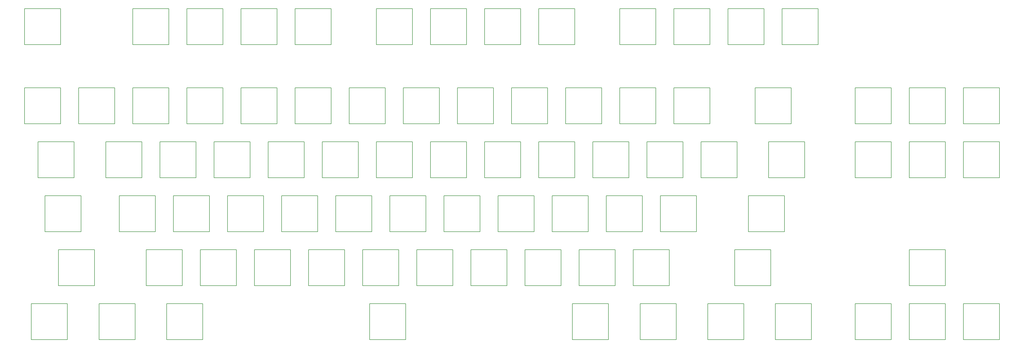
<source format=gbr>
G04 #@! TF.GenerationSoftware,KiCad,Pcbnew,7.0.1*
G04 #@! TF.CreationDate,2024-09-27T18:45:23-05:00*
G04 #@! TF.ProjectId,C128DKEYBOARD,43313238-444b-4455-9942-4f4152442e6b,3.3*
G04 #@! TF.SameCoordinates,Original*
G04 #@! TF.FileFunction,Other,Comment*
%FSLAX46Y46*%
G04 Gerber Fmt 4.6, Leading zero omitted, Abs format (unit mm)*
G04 Created by KiCad (PCBNEW 7.0.1) date 2024-09-27 18:45:23*
%MOMM*%
%LPD*%
G01*
G04 APERTURE LIST*
%ADD10C,0.152400*%
G04 APERTURE END LIST*
D10*
X57975500Y-127381000D02*
X70675500Y-127381000D01*
X57975500Y-140081000D02*
X57975500Y-127381000D01*
X70675500Y-127381000D02*
X70675500Y-140081000D01*
X70675500Y-140081000D02*
X57975500Y-140081000D01*
X96075500Y-127381000D02*
X108775500Y-127381000D01*
X96075500Y-140081000D02*
X96075500Y-127381000D01*
X108775500Y-127381000D02*
X108775500Y-140081000D01*
X108775500Y-140081000D02*
X96075500Y-140081000D01*
X115125500Y-127381000D02*
X127825500Y-127381000D01*
X115125500Y-140081000D02*
X115125500Y-127381000D01*
X127825500Y-127381000D02*
X127825500Y-140081000D01*
X127825500Y-140081000D02*
X115125500Y-140081000D01*
X134175500Y-127381000D02*
X146875500Y-127381000D01*
X134175500Y-140081000D02*
X134175500Y-127381000D01*
X146875500Y-127381000D02*
X146875500Y-140081000D01*
X146875500Y-140081000D02*
X134175500Y-140081000D01*
X153225500Y-127381000D02*
X165925500Y-127381000D01*
X153225500Y-140081000D02*
X153225500Y-127381000D01*
X165925500Y-127381000D02*
X165925500Y-140081000D01*
X165925500Y-140081000D02*
X153225500Y-140081000D01*
X181800500Y-127381000D02*
X194500500Y-127381000D01*
X181800500Y-140081000D02*
X181800500Y-127381000D01*
X194500500Y-127381000D02*
X194500500Y-140081000D01*
X194500500Y-140081000D02*
X181800500Y-140081000D01*
X200850500Y-127381000D02*
X213550500Y-127381000D01*
X200850500Y-140081000D02*
X200850500Y-127381000D01*
X213550500Y-127381000D02*
X213550500Y-140081000D01*
X213550500Y-140081000D02*
X200850500Y-140081000D01*
X219900500Y-127381000D02*
X232600500Y-127381000D01*
X219900500Y-140081000D02*
X219900500Y-127381000D01*
X232600500Y-127381000D02*
X232600500Y-140081000D01*
X232600500Y-140081000D02*
X219900500Y-140081000D01*
X238950500Y-127381000D02*
X251650500Y-127381000D01*
X238950500Y-140081000D02*
X238950500Y-127381000D01*
X251650500Y-127381000D02*
X251650500Y-140081000D01*
X251650500Y-140081000D02*
X238950500Y-140081000D01*
X267525500Y-127381000D02*
X280225500Y-127381000D01*
X267525500Y-140081000D02*
X267525500Y-127381000D01*
X280225500Y-127381000D02*
X280225500Y-140081000D01*
X280225500Y-140081000D02*
X267525500Y-140081000D01*
X286575500Y-127381000D02*
X299275500Y-127381000D01*
X286575500Y-140081000D02*
X286575500Y-127381000D01*
X299275500Y-127381000D02*
X299275500Y-140081000D01*
X299275500Y-140081000D02*
X286575500Y-140081000D01*
X305625500Y-127381000D02*
X318325500Y-127381000D01*
X305625500Y-140081000D02*
X305625500Y-127381000D01*
X318325500Y-127381000D02*
X318325500Y-140081000D01*
X318325500Y-140081000D02*
X305625500Y-140081000D01*
X96075500Y-155321000D02*
X108775500Y-155321000D01*
X96075500Y-168021000D02*
X96075500Y-155321000D01*
X108775500Y-155321000D02*
X108775500Y-168021000D01*
X108775500Y-168021000D02*
X96075500Y-168021000D01*
X115125500Y-155321000D02*
X127825500Y-155321000D01*
X115125500Y-168021000D02*
X115125500Y-155321000D01*
X127825500Y-155321000D02*
X127825500Y-168021000D01*
X127825500Y-168021000D02*
X115125500Y-168021000D01*
X134175500Y-155321000D02*
X146875500Y-155321000D01*
X134175500Y-168021000D02*
X134175500Y-155321000D01*
X146875500Y-155321000D02*
X146875500Y-168021000D01*
X146875500Y-168021000D02*
X134175500Y-168021000D01*
X153225500Y-155321000D02*
X165925500Y-155321000D01*
X153225500Y-168021000D02*
X153225500Y-155321000D01*
X165925500Y-155321000D02*
X165925500Y-168021000D01*
X165925500Y-168021000D02*
X153225500Y-168021000D01*
X172275500Y-155321000D02*
X184975500Y-155321000D01*
X172275500Y-168021000D02*
X172275500Y-155321000D01*
X184975500Y-155321000D02*
X184975500Y-168021000D01*
X184975500Y-168021000D02*
X172275500Y-168021000D01*
X191325500Y-155321000D02*
X204025500Y-155321000D01*
X191325500Y-168021000D02*
X191325500Y-155321000D01*
X204025500Y-155321000D02*
X204025500Y-168021000D01*
X204025500Y-168021000D02*
X191325500Y-168021000D01*
X210375500Y-155321000D02*
X223075500Y-155321000D01*
X210375500Y-168021000D02*
X210375500Y-155321000D01*
X223075500Y-155321000D02*
X223075500Y-168021000D01*
X223075500Y-168021000D02*
X210375500Y-168021000D01*
X229425500Y-155321000D02*
X242125500Y-155321000D01*
X229425500Y-168021000D02*
X229425500Y-155321000D01*
X242125500Y-155321000D02*
X242125500Y-168021000D01*
X242125500Y-168021000D02*
X229425500Y-168021000D01*
X248475500Y-155321000D02*
X261175500Y-155321000D01*
X248475500Y-168021000D02*
X248475500Y-155321000D01*
X261175500Y-155321000D02*
X261175500Y-168021000D01*
X261175500Y-168021000D02*
X248475500Y-168021000D01*
X267525500Y-155321000D02*
X280225500Y-155321000D01*
X267525500Y-168021000D02*
X267525500Y-155321000D01*
X280225500Y-155321000D02*
X280225500Y-168021000D01*
X280225500Y-168021000D02*
X267525500Y-168021000D01*
X286575500Y-155321000D02*
X299275500Y-155321000D01*
X286575500Y-168021000D02*
X286575500Y-155321000D01*
X299275500Y-155321000D02*
X299275500Y-168021000D01*
X299275500Y-168021000D02*
X286575500Y-168021000D01*
X315150500Y-155321000D02*
X327850500Y-155321000D01*
X315150500Y-168021000D02*
X315150500Y-155321000D01*
X327850500Y-155321000D02*
X327850500Y-168021000D01*
X327850500Y-168021000D02*
X315150500Y-168021000D01*
X350402100Y-174371000D02*
X363102100Y-174371000D01*
X350402100Y-187071000D02*
X350402100Y-174371000D01*
X363102100Y-174371000D02*
X363102100Y-187071000D01*
X363102100Y-187071000D02*
X350402100Y-187071000D01*
X369452100Y-174371000D02*
X382152100Y-174371000D01*
X369452100Y-187071000D02*
X369452100Y-174371000D01*
X382152100Y-174371000D02*
X382152100Y-187071000D01*
X382152100Y-187071000D02*
X369452100Y-187071000D01*
X388502100Y-174371000D02*
X401202100Y-174371000D01*
X388502100Y-187071000D02*
X388502100Y-174371000D01*
X401202100Y-174371000D02*
X401202100Y-187071000D01*
X401202100Y-187071000D02*
X388502100Y-187071000D01*
X86550500Y-174371000D02*
X99250500Y-174371000D01*
X86550500Y-187071000D02*
X86550500Y-174371000D01*
X99250500Y-174371000D02*
X99250500Y-187071000D01*
X99250500Y-187071000D02*
X86550500Y-187071000D01*
X105600500Y-174371000D02*
X118300500Y-174371000D01*
X105600500Y-187071000D02*
X105600500Y-174371000D01*
X118300500Y-174371000D02*
X118300500Y-187071000D01*
X118300500Y-187071000D02*
X105600500Y-187071000D01*
X124650500Y-174371000D02*
X137350500Y-174371000D01*
X124650500Y-187071000D02*
X124650500Y-174371000D01*
X137350500Y-174371000D02*
X137350500Y-187071000D01*
X137350500Y-187071000D02*
X124650500Y-187071000D01*
X143700500Y-174371000D02*
X156400500Y-174371000D01*
X143700500Y-187071000D02*
X143700500Y-174371000D01*
X156400500Y-174371000D02*
X156400500Y-187071000D01*
X156400500Y-187071000D02*
X143700500Y-187071000D01*
X162750500Y-174371000D02*
X175450500Y-174371000D01*
X162750500Y-187071000D02*
X162750500Y-174371000D01*
X175450500Y-174371000D02*
X175450500Y-187071000D01*
X175450500Y-187071000D02*
X162750500Y-187071000D01*
X181800500Y-174371000D02*
X194500500Y-174371000D01*
X181800500Y-187071000D02*
X181800500Y-174371000D01*
X194500500Y-174371000D02*
X194500500Y-187071000D01*
X194500500Y-187071000D02*
X181800500Y-187071000D01*
X200850500Y-174371000D02*
X213550500Y-174371000D01*
X200850500Y-187071000D02*
X200850500Y-174371000D01*
X213550500Y-174371000D02*
X213550500Y-187071000D01*
X213550500Y-187071000D02*
X200850500Y-187071000D01*
X219900500Y-174371000D02*
X232600500Y-174371000D01*
X219900500Y-187071000D02*
X219900500Y-174371000D01*
X232600500Y-174371000D02*
X232600500Y-187071000D01*
X232600500Y-187071000D02*
X219900500Y-187071000D01*
X238950500Y-174371000D02*
X251650500Y-174371000D01*
X238950500Y-187071000D02*
X238950500Y-174371000D01*
X251650500Y-174371000D02*
X251650500Y-187071000D01*
X251650500Y-187071000D02*
X238950500Y-187071000D01*
X258000500Y-174371000D02*
X270700500Y-174371000D01*
X258000500Y-187071000D02*
X258000500Y-174371000D01*
X270700500Y-174371000D02*
X270700500Y-187071000D01*
X270700500Y-187071000D02*
X258000500Y-187071000D01*
X277050500Y-174371000D02*
X289750500Y-174371000D01*
X277050500Y-187071000D02*
X277050500Y-174371000D01*
X289750500Y-174371000D02*
X289750500Y-187071000D01*
X289750500Y-187071000D02*
X277050500Y-187071000D01*
X296100500Y-174371000D02*
X308800500Y-174371000D01*
X296100500Y-187071000D02*
X296100500Y-174371000D01*
X308800500Y-174371000D02*
X308800500Y-187071000D01*
X308800500Y-187071000D02*
X296100500Y-187071000D01*
X319910500Y-174371000D02*
X332610500Y-174371000D01*
X319910500Y-187071000D02*
X319910500Y-174371000D01*
X332610500Y-174371000D02*
X332610500Y-187071000D01*
X332610500Y-187071000D02*
X319910500Y-187071000D01*
X91300500Y-193421000D02*
X104000500Y-193421000D01*
X91300500Y-206121000D02*
X91300500Y-193421000D01*
X104000500Y-193421000D02*
X104000500Y-206121000D01*
X104000500Y-206121000D02*
X91300500Y-206121000D01*
X129400500Y-193421000D02*
X142100500Y-193421000D01*
X129400500Y-206121000D02*
X129400500Y-193421000D01*
X142100500Y-193421000D02*
X142100500Y-206121000D01*
X142100500Y-206121000D02*
X129400500Y-206121000D01*
X148450500Y-193421000D02*
X161150500Y-193421000D01*
X148450500Y-206121000D02*
X148450500Y-193421000D01*
X161150500Y-193421000D02*
X161150500Y-206121000D01*
X161150500Y-206121000D02*
X148450500Y-206121000D01*
X167500500Y-193421000D02*
X180200500Y-193421000D01*
X167500500Y-206121000D02*
X167500500Y-193421000D01*
X180200500Y-193421000D02*
X180200500Y-206121000D01*
X180200500Y-206121000D02*
X167500500Y-206121000D01*
X186550500Y-193421000D02*
X199250500Y-193421000D01*
X186550500Y-206121000D02*
X186550500Y-193421000D01*
X199250500Y-193421000D02*
X199250500Y-206121000D01*
X199250500Y-206121000D02*
X186550500Y-206121000D01*
X205600500Y-193421000D02*
X218300500Y-193421000D01*
X205600500Y-206121000D02*
X205600500Y-193421000D01*
X218300500Y-193421000D02*
X218300500Y-206121000D01*
X218300500Y-206121000D02*
X205600500Y-206121000D01*
X224650500Y-193421000D02*
X237350500Y-193421000D01*
X224650500Y-206121000D02*
X224650500Y-193421000D01*
X237350500Y-193421000D02*
X237350500Y-206121000D01*
X237350500Y-206121000D02*
X224650500Y-206121000D01*
X243700500Y-193421000D02*
X256400500Y-193421000D01*
X243700500Y-206121000D02*
X243700500Y-193421000D01*
X256400500Y-193421000D02*
X256400500Y-206121000D01*
X256400500Y-206121000D02*
X243700500Y-206121000D01*
X262750500Y-193421000D02*
X275450500Y-193421000D01*
X262750500Y-206121000D02*
X262750500Y-193421000D01*
X275450500Y-193421000D02*
X275450500Y-206121000D01*
X275450500Y-206121000D02*
X262750500Y-206121000D01*
X281800500Y-193421000D02*
X294500500Y-193421000D01*
X281800500Y-206121000D02*
X281800500Y-193421000D01*
X294500500Y-193421000D02*
X294500500Y-206121000D01*
X294500500Y-206121000D02*
X281800500Y-206121000D01*
X312755500Y-193421000D02*
X325455500Y-193421000D01*
X312755500Y-206121000D02*
X312755500Y-193421000D01*
X325455500Y-193421000D02*
X325455500Y-206121000D01*
X325455500Y-206121000D02*
X312755500Y-206121000D01*
X369452100Y-212471000D02*
X382152100Y-212471000D01*
X369452100Y-225171000D02*
X369452100Y-212471000D01*
X382152100Y-212471000D02*
X382152100Y-225171000D01*
X382152100Y-225171000D02*
X369452100Y-225171000D01*
X100825500Y-212471000D02*
X113525500Y-212471000D01*
X100825500Y-225171000D02*
X100825500Y-212471000D01*
X113525500Y-212471000D02*
X113525500Y-225171000D01*
X113525500Y-225171000D02*
X100825500Y-225171000D01*
X119875500Y-212471000D02*
X132575500Y-212471000D01*
X119875500Y-225171000D02*
X119875500Y-212471000D01*
X132575500Y-212471000D02*
X132575500Y-225171000D01*
X132575500Y-225171000D02*
X119875500Y-225171000D01*
X138925500Y-212471000D02*
X151625500Y-212471000D01*
X138925500Y-225171000D02*
X138925500Y-212471000D01*
X151625500Y-212471000D02*
X151625500Y-225171000D01*
X151625500Y-225171000D02*
X138925500Y-225171000D01*
X157975500Y-212471000D02*
X170675500Y-212471000D01*
X157975500Y-225171000D02*
X157975500Y-212471000D01*
X170675500Y-212471000D02*
X170675500Y-225171000D01*
X170675500Y-225171000D02*
X157975500Y-225171000D01*
X177025500Y-212471000D02*
X189725500Y-212471000D01*
X177025500Y-225171000D02*
X177025500Y-212471000D01*
X189725500Y-212471000D02*
X189725500Y-225171000D01*
X189725500Y-225171000D02*
X177025500Y-225171000D01*
X196075500Y-212471000D02*
X208775500Y-212471000D01*
X196075500Y-225171000D02*
X196075500Y-212471000D01*
X208775500Y-212471000D02*
X208775500Y-225171000D01*
X208775500Y-225171000D02*
X196075500Y-225171000D01*
X215125500Y-212471000D02*
X227825500Y-212471000D01*
X215125500Y-225171000D02*
X215125500Y-212471000D01*
X227825500Y-212471000D02*
X227825500Y-225171000D01*
X227825500Y-225171000D02*
X215125500Y-225171000D01*
X234175500Y-212471000D02*
X246875500Y-212471000D01*
X234175500Y-225171000D02*
X234175500Y-212471000D01*
X246875500Y-212471000D02*
X246875500Y-225171000D01*
X246875500Y-225171000D02*
X234175500Y-225171000D01*
X253225500Y-212471000D02*
X265925500Y-212471000D01*
X253225500Y-225171000D02*
X253225500Y-212471000D01*
X265925500Y-212471000D02*
X265925500Y-225171000D01*
X265925500Y-225171000D02*
X253225500Y-225171000D01*
X272275500Y-212471000D02*
X284975500Y-212471000D01*
X272275500Y-225171000D02*
X272275500Y-212471000D01*
X284975500Y-212471000D02*
X284975500Y-225171000D01*
X284975500Y-225171000D02*
X272275500Y-225171000D01*
X307990500Y-212471000D02*
X320690500Y-212471000D01*
X307990500Y-225171000D02*
X307990500Y-212471000D01*
X320690500Y-212471000D02*
X320690500Y-225171000D01*
X320690500Y-225171000D02*
X307990500Y-225171000D01*
X350402100Y-231521000D02*
X363102100Y-231521000D01*
X350402100Y-244221000D02*
X350402100Y-231521000D01*
X363102100Y-231521000D02*
X363102100Y-244221000D01*
X363102100Y-244221000D02*
X350402100Y-244221000D01*
X369452100Y-231521000D02*
X382152100Y-231521000D01*
X369452100Y-244221000D02*
X369452100Y-231521000D01*
X382152100Y-231521000D02*
X382152100Y-244221000D01*
X382152100Y-244221000D02*
X369452100Y-244221000D01*
X388502100Y-231521000D02*
X401202100Y-231521000D01*
X388502100Y-244221000D02*
X388502100Y-231521000D01*
X401202100Y-231521000D02*
X401202100Y-244221000D01*
X401202100Y-244221000D02*
X388502100Y-244221000D01*
X84160500Y-231521000D02*
X96860500Y-231521000D01*
X84160500Y-244221000D02*
X84160500Y-231521000D01*
X96860500Y-231521000D02*
X96860500Y-244221000D01*
X96860500Y-244221000D02*
X84160500Y-244221000D01*
X107970500Y-231521000D02*
X120670500Y-231521000D01*
X107970500Y-244221000D02*
X107970500Y-231521000D01*
X120670500Y-231521000D02*
X120670500Y-244221000D01*
X120670500Y-244221000D02*
X107970500Y-244221000D01*
X179405500Y-231521000D02*
X192105500Y-231521000D01*
X179405500Y-244221000D02*
X179405500Y-231521000D01*
X192105500Y-231521000D02*
X192105500Y-244221000D01*
X192105500Y-244221000D02*
X179405500Y-244221000D01*
X250845500Y-231521000D02*
X263545500Y-231521000D01*
X250845500Y-244221000D02*
X250845500Y-231521000D01*
X263545500Y-231521000D02*
X263545500Y-244221000D01*
X263545500Y-244221000D02*
X250845500Y-244221000D01*
X274655500Y-231521000D02*
X287355500Y-231521000D01*
X274655500Y-244221000D02*
X274655500Y-231521000D01*
X287355500Y-231521000D02*
X287355500Y-244221000D01*
X287355500Y-244221000D02*
X274655500Y-244221000D01*
X298465500Y-231521000D02*
X311165500Y-231521000D01*
X298465500Y-244221000D02*
X298465500Y-231521000D01*
X311165500Y-231521000D02*
X311165500Y-244221000D01*
X311165500Y-244221000D02*
X298465500Y-244221000D01*
X322275500Y-231521000D02*
X334975500Y-231521000D01*
X322275500Y-244221000D02*
X322275500Y-231521000D01*
X334975500Y-231521000D02*
X334975500Y-244221000D01*
X334975500Y-244221000D02*
X322275500Y-244221000D01*
X350402100Y-155321000D02*
X363102100Y-155321000D01*
X350402100Y-168021000D02*
X350402100Y-155321000D01*
X363102100Y-155321000D02*
X363102100Y-168021000D01*
X363102100Y-168021000D02*
X350402100Y-168021000D01*
X388502100Y-155321000D02*
X401202100Y-155321000D01*
X388502100Y-168021000D02*
X388502100Y-155321000D01*
X401202100Y-155321000D02*
X401202100Y-168021000D01*
X401202100Y-168021000D02*
X388502100Y-168021000D01*
X369452100Y-155321000D02*
X382152100Y-155321000D01*
X369452100Y-168021000D02*
X369452100Y-155321000D01*
X382152100Y-155321000D02*
X382152100Y-168021000D01*
X382152100Y-168021000D02*
X369452100Y-168021000D01*
X62730500Y-174371000D02*
X75430500Y-174371000D01*
X62730500Y-187071000D02*
X62730500Y-174371000D01*
X75430500Y-174371000D02*
X75430500Y-187071000D01*
X75430500Y-187071000D02*
X62730500Y-187071000D01*
X65113500Y-193421000D02*
X77813500Y-193421000D01*
X65113500Y-206121000D02*
X65113500Y-193421000D01*
X77813500Y-193421000D02*
X77813500Y-206121000D01*
X77813500Y-206121000D02*
X65113500Y-206121000D01*
X69875500Y-212471000D02*
X82575500Y-212471000D01*
X69875500Y-225171000D02*
X69875500Y-212471000D01*
X82575500Y-212471000D02*
X82575500Y-225171000D01*
X82575500Y-225171000D02*
X69875500Y-225171000D01*
X60350500Y-231521000D02*
X73050500Y-231521000D01*
X60350500Y-244221000D02*
X60350500Y-231521000D01*
X73050500Y-231521000D02*
X73050500Y-244221000D01*
X73050500Y-244221000D02*
X60350500Y-244221000D01*
X110350500Y-193421000D02*
X123050500Y-193421000D01*
X110350500Y-206121000D02*
X110350500Y-193421000D01*
X123050500Y-193421000D02*
X123050500Y-206121000D01*
X123050500Y-206121000D02*
X110350500Y-206121000D01*
X324675500Y-127381000D02*
X337375500Y-127381000D01*
X324675500Y-140081000D02*
X324675500Y-127381000D01*
X337375500Y-127381000D02*
X337375500Y-140081000D01*
X337375500Y-140081000D02*
X324675500Y-140081000D01*
X77025500Y-155321000D02*
X89725500Y-155321000D01*
X77025500Y-168021000D02*
X77025500Y-155321000D01*
X89725500Y-155321000D02*
X89725500Y-168021000D01*
X89725500Y-168021000D02*
X77025500Y-168021000D01*
X57975500Y-155321000D02*
X70675500Y-155321000D01*
X57975500Y-168021000D02*
X57975500Y-155321000D01*
X70675500Y-155321000D02*
X70675500Y-168021000D01*
X70675500Y-168021000D02*
X57975500Y-168021000D01*
M02*

</source>
